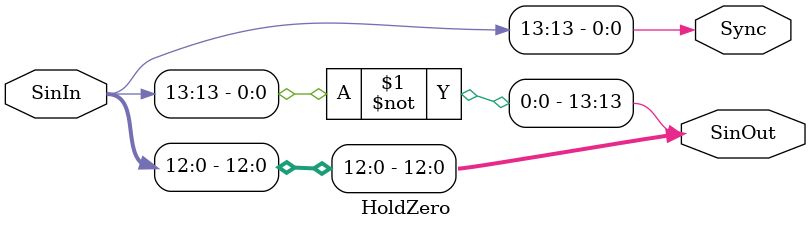
<source format=v>

module HoldZero
(
    SinIn, SinOut,
	 Sync
);
    //Parameters
	 
	 //Define

	 
	 //Interface
	 input [13:0] SinIn;    //Two's comple code
	 
	 output [13:0] SinOut;  //Original code
	 output Sync;           //Sync Signal for Holding Zero Strategy
	 
	 assign SinOut={~SinIn[13], SinIn[12:0]}; //Change from two's comple to original binary
	 assign Sync=SinIn[13];
		
endmodule

</source>
